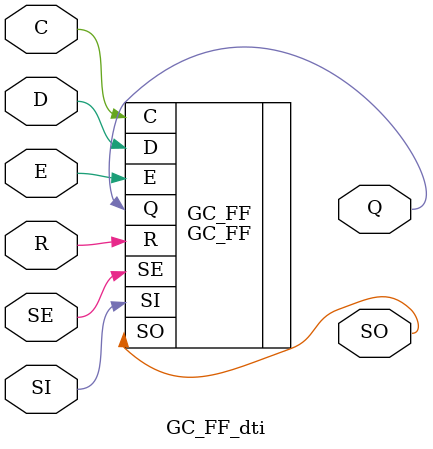
<source format=v>
`timescale 1ns/1ps

module GC_FF_dti (
  D,
  R,
  E,
  Q,
  SI,
  SO,
  SE,
  C
);
  input D;
  input SI;
  input R;
  input SE;
  input E;
  input C;
  output SO;
  output Q;

  reg Q;

  GC_FF GC_FF(  .D	(D	),
                .R	(R	),
                .E	(E	),
                .Q	(Q	),
                .SI	(SI	),
                .SO	(SO	),
                .SE	(SE	),
                .C 	(C 	));
endmodule

</source>
